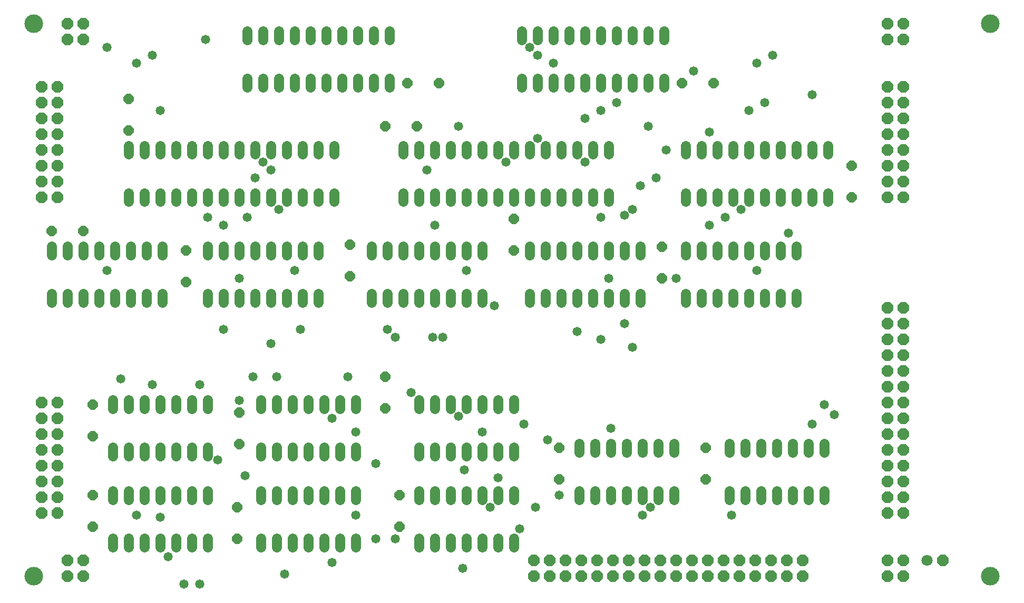
<source format=gts>
G75*
%MOIN*%
%OFA0B0*%
%FSLAX24Y24*%
%IPPOS*%
%LPD*%
%AMOC8*
5,1,8,0,0,1.08239X$1,22.5*
%
%ADD10C,0.1180*%
%ADD11OC8,0.0720*%
%ADD12C,0.0640*%
%ADD13OC8,0.0640*%
%ADD14OC8,0.0710*%
%ADD15C,0.0710*%
%ADD16C,0.0580*%
D10*
X005015Y005890D03*
X005015Y040890D03*
X065515Y040890D03*
X065515Y005890D03*
D11*
X060015Y005890D03*
X060015Y006890D03*
X059015Y006890D03*
X059015Y005890D03*
X053640Y005890D03*
X053640Y006890D03*
X052640Y006890D03*
X051640Y006890D03*
X050640Y006890D03*
X050640Y005890D03*
X051640Y005890D03*
X052640Y005890D03*
X049640Y005890D03*
X048640Y005890D03*
X048640Y006890D03*
X049640Y006890D03*
X047640Y006890D03*
X046640Y006890D03*
X046640Y005890D03*
X047640Y005890D03*
X045640Y005890D03*
X044640Y005890D03*
X043640Y005890D03*
X043640Y006890D03*
X044640Y006890D03*
X045640Y006890D03*
X042640Y006890D03*
X041640Y006890D03*
X041640Y005890D03*
X042640Y005890D03*
X040640Y005890D03*
X039640Y005890D03*
X039640Y006890D03*
X040640Y006890D03*
X038640Y006890D03*
X037640Y006890D03*
X036640Y006890D03*
X036640Y005890D03*
X037640Y005890D03*
X038640Y005890D03*
X059015Y009890D03*
X059015Y010890D03*
X059015Y011890D03*
X059015Y012890D03*
X059015Y013890D03*
X059015Y014890D03*
X059015Y015890D03*
X060015Y015890D03*
X060015Y014890D03*
X060015Y013890D03*
X060015Y012890D03*
X060015Y011890D03*
X060015Y010890D03*
X060015Y009890D03*
X060015Y016890D03*
X060015Y017890D03*
X060015Y018890D03*
X060015Y019890D03*
X060015Y020890D03*
X060015Y021890D03*
X060015Y022890D03*
X059015Y022890D03*
X059015Y021890D03*
X059015Y020890D03*
X059015Y019890D03*
X059015Y018890D03*
X059015Y017890D03*
X059015Y016890D03*
X059015Y029890D03*
X060015Y029890D03*
X060015Y030890D03*
X060015Y031890D03*
X060015Y032890D03*
X060015Y033890D03*
X060015Y034890D03*
X060015Y035890D03*
X060015Y036890D03*
X059015Y036890D03*
X059015Y035890D03*
X059015Y034890D03*
X059015Y033890D03*
X059015Y032890D03*
X059015Y031890D03*
X059015Y030890D03*
X059015Y039890D03*
X059015Y040890D03*
X060015Y040890D03*
X060015Y039890D03*
X008140Y039890D03*
X007140Y039890D03*
X007140Y040890D03*
X008140Y040890D03*
X006515Y036890D03*
X006515Y035890D03*
X006515Y034890D03*
X006515Y033890D03*
X006515Y032890D03*
X006515Y031890D03*
X006515Y030890D03*
X005515Y030890D03*
X005515Y031890D03*
X005515Y032890D03*
X005515Y033890D03*
X005515Y034890D03*
X005515Y035890D03*
X005515Y036890D03*
X005515Y029890D03*
X006515Y029890D03*
X006515Y016890D03*
X005515Y016890D03*
X005515Y015890D03*
X005515Y014890D03*
X005515Y013890D03*
X005515Y012890D03*
X005515Y011890D03*
X005515Y010890D03*
X005515Y009890D03*
X006515Y009890D03*
X006515Y010890D03*
X006515Y011890D03*
X006515Y012890D03*
X006515Y013890D03*
X006515Y014890D03*
X006515Y015890D03*
X007140Y006890D03*
X008140Y006890D03*
X008140Y005890D03*
X007140Y005890D03*
D12*
X010015Y007735D02*
X010015Y008295D01*
X011015Y008295D02*
X011015Y007735D01*
X012015Y007735D02*
X012015Y008295D01*
X013015Y008295D02*
X013015Y007735D01*
X014015Y007735D02*
X014015Y008295D01*
X015015Y008295D02*
X015015Y007735D01*
X016015Y007735D02*
X016015Y008295D01*
X016015Y010735D02*
X016015Y011295D01*
X015015Y011295D02*
X015015Y010735D01*
X014015Y010735D02*
X014015Y011295D01*
X013015Y011295D02*
X013015Y010735D01*
X012015Y010735D02*
X012015Y011295D01*
X011015Y011295D02*
X011015Y010735D01*
X010015Y010735D02*
X010015Y011295D01*
X010015Y013485D02*
X010015Y014045D01*
X011015Y014045D02*
X011015Y013485D01*
X012015Y013485D02*
X012015Y014045D01*
X013015Y014045D02*
X013015Y013485D01*
X014015Y013485D02*
X014015Y014045D01*
X015015Y014045D02*
X015015Y013485D01*
X016015Y013485D02*
X016015Y014045D01*
X016015Y016485D02*
X016015Y017045D01*
X015015Y017045D02*
X015015Y016485D01*
X014015Y016485D02*
X014015Y017045D01*
X013015Y017045D02*
X013015Y016485D01*
X012015Y016485D02*
X012015Y017045D01*
X011015Y017045D02*
X011015Y016485D01*
X010015Y016485D02*
X010015Y017045D01*
X010140Y023235D02*
X010140Y023795D01*
X009140Y023795D02*
X009140Y023235D01*
X008140Y023235D02*
X008140Y023795D01*
X007140Y023795D02*
X007140Y023235D01*
X006140Y023235D02*
X006140Y023795D01*
X006140Y026235D02*
X006140Y026795D01*
X007140Y026795D02*
X007140Y026235D01*
X008140Y026235D02*
X008140Y026795D01*
X009140Y026795D02*
X009140Y026235D01*
X010140Y026235D02*
X010140Y026795D01*
X011140Y026795D02*
X011140Y026235D01*
X012140Y026235D02*
X012140Y026795D01*
X013140Y026795D02*
X013140Y026235D01*
X016015Y026235D02*
X016015Y026795D01*
X017015Y026795D02*
X017015Y026235D01*
X018015Y026235D02*
X018015Y026795D01*
X019015Y026795D02*
X019015Y026235D01*
X020015Y026235D02*
X020015Y026795D01*
X021015Y026795D02*
X021015Y026235D01*
X022015Y026235D02*
X022015Y026795D01*
X023015Y026795D02*
X023015Y026235D01*
X026390Y026235D02*
X026390Y026795D01*
X027390Y026795D02*
X027390Y026235D01*
X028390Y026235D02*
X028390Y026795D01*
X029390Y026795D02*
X029390Y026235D01*
X030390Y026235D02*
X030390Y026795D01*
X031390Y026795D02*
X031390Y026235D01*
X032390Y026235D02*
X032390Y026795D01*
X033390Y026795D02*
X033390Y026235D01*
X036390Y026235D02*
X036390Y026795D01*
X037390Y026795D02*
X037390Y026235D01*
X038390Y026235D02*
X038390Y026795D01*
X039390Y026795D02*
X039390Y026235D01*
X040390Y026235D02*
X040390Y026795D01*
X041390Y026795D02*
X041390Y026235D01*
X042390Y026235D02*
X042390Y026795D01*
X043390Y026795D02*
X043390Y026235D01*
X046265Y026235D02*
X046265Y026795D01*
X047265Y026795D02*
X047265Y026235D01*
X048265Y026235D02*
X048265Y026795D01*
X049265Y026795D02*
X049265Y026235D01*
X050265Y026235D02*
X050265Y026795D01*
X051265Y026795D02*
X051265Y026235D01*
X052265Y026235D02*
X052265Y026795D01*
X053265Y026795D02*
X053265Y026235D01*
X053265Y023795D02*
X053265Y023235D01*
X052265Y023235D02*
X052265Y023795D01*
X051265Y023795D02*
X051265Y023235D01*
X050265Y023235D02*
X050265Y023795D01*
X049265Y023795D02*
X049265Y023235D01*
X048265Y023235D02*
X048265Y023795D01*
X047265Y023795D02*
X047265Y023235D01*
X046265Y023235D02*
X046265Y023795D01*
X043390Y023795D02*
X043390Y023235D01*
X042390Y023235D02*
X042390Y023795D01*
X041390Y023795D02*
X041390Y023235D01*
X040390Y023235D02*
X040390Y023795D01*
X039390Y023795D02*
X039390Y023235D01*
X038390Y023235D02*
X038390Y023795D01*
X037390Y023795D02*
X037390Y023235D01*
X036390Y023235D02*
X036390Y023795D01*
X033390Y023795D02*
X033390Y023235D01*
X032390Y023235D02*
X032390Y023795D01*
X031390Y023795D02*
X031390Y023235D01*
X030390Y023235D02*
X030390Y023795D01*
X029390Y023795D02*
X029390Y023235D01*
X028390Y023235D02*
X028390Y023795D01*
X027390Y023795D02*
X027390Y023235D01*
X026390Y023235D02*
X026390Y023795D01*
X023015Y023795D02*
X023015Y023235D01*
X022015Y023235D02*
X022015Y023795D01*
X021015Y023795D02*
X021015Y023235D01*
X020015Y023235D02*
X020015Y023795D01*
X019015Y023795D02*
X019015Y023235D01*
X018015Y023235D02*
X018015Y023795D01*
X017015Y023795D02*
X017015Y023235D01*
X016015Y023235D02*
X016015Y023795D01*
X013140Y023795D02*
X013140Y023235D01*
X012140Y023235D02*
X012140Y023795D01*
X011140Y023795D02*
X011140Y023235D01*
X019390Y017045D02*
X019390Y016485D01*
X020390Y016485D02*
X020390Y017045D01*
X021390Y017045D02*
X021390Y016485D01*
X022390Y016485D02*
X022390Y017045D01*
X023390Y017045D02*
X023390Y016485D01*
X024390Y016485D02*
X024390Y017045D01*
X025390Y017045D02*
X025390Y016485D01*
X025390Y014045D02*
X025390Y013485D01*
X024390Y013485D02*
X024390Y014045D01*
X023390Y014045D02*
X023390Y013485D01*
X022390Y013485D02*
X022390Y014045D01*
X021390Y014045D02*
X021390Y013485D01*
X020390Y013485D02*
X020390Y014045D01*
X019390Y014045D02*
X019390Y013485D01*
X019390Y011295D02*
X019390Y010735D01*
X020390Y010735D02*
X020390Y011295D01*
X021390Y011295D02*
X021390Y010735D01*
X022390Y010735D02*
X022390Y011295D01*
X023390Y011295D02*
X023390Y010735D01*
X024390Y010735D02*
X024390Y011295D01*
X025390Y011295D02*
X025390Y010735D01*
X025390Y008295D02*
X025390Y007735D01*
X024390Y007735D02*
X024390Y008295D01*
X023390Y008295D02*
X023390Y007735D01*
X022390Y007735D02*
X022390Y008295D01*
X021390Y008295D02*
X021390Y007735D01*
X020390Y007735D02*
X020390Y008295D01*
X019390Y008295D02*
X019390Y007735D01*
X029390Y007735D02*
X029390Y008295D01*
X030390Y008295D02*
X030390Y007735D01*
X031390Y007735D02*
X031390Y008295D01*
X032390Y008295D02*
X032390Y007735D01*
X033390Y007735D02*
X033390Y008295D01*
X034390Y008295D02*
X034390Y007735D01*
X035390Y007735D02*
X035390Y008295D01*
X035390Y010735D02*
X035390Y011295D01*
X034390Y011295D02*
X034390Y010735D01*
X033390Y010735D02*
X033390Y011295D01*
X032390Y011295D02*
X032390Y010735D01*
X031390Y010735D02*
X031390Y011295D01*
X030390Y011295D02*
X030390Y010735D01*
X029390Y010735D02*
X029390Y011295D01*
X029390Y013485D02*
X029390Y014045D01*
X030390Y014045D02*
X030390Y013485D01*
X031390Y013485D02*
X031390Y014045D01*
X032390Y014045D02*
X032390Y013485D01*
X033390Y013485D02*
X033390Y014045D01*
X034390Y014045D02*
X034390Y013485D01*
X035390Y013485D02*
X035390Y014045D01*
X035390Y016485D02*
X035390Y017045D01*
X034390Y017045D02*
X034390Y016485D01*
X033390Y016485D02*
X033390Y017045D01*
X032390Y017045D02*
X032390Y016485D01*
X031390Y016485D02*
X031390Y017045D01*
X030390Y017045D02*
X030390Y016485D01*
X029390Y016485D02*
X029390Y017045D01*
X039515Y014295D02*
X039515Y013735D01*
X040515Y013735D02*
X040515Y014295D01*
X041515Y014295D02*
X041515Y013735D01*
X042515Y013735D02*
X042515Y014295D01*
X043515Y014295D02*
X043515Y013735D01*
X044515Y013735D02*
X044515Y014295D01*
X045515Y014295D02*
X045515Y013735D01*
X045515Y011295D02*
X045515Y010735D01*
X044515Y010735D02*
X044515Y011295D01*
X043515Y011295D02*
X043515Y010735D01*
X042515Y010735D02*
X042515Y011295D01*
X041515Y011295D02*
X041515Y010735D01*
X040515Y010735D02*
X040515Y011295D01*
X039515Y011295D02*
X039515Y010735D01*
X049015Y010735D02*
X049015Y011295D01*
X050015Y011295D02*
X050015Y010735D01*
X051015Y010735D02*
X051015Y011295D01*
X052015Y011295D02*
X052015Y010735D01*
X053015Y010735D02*
X053015Y011295D01*
X054015Y011295D02*
X054015Y010735D01*
X055015Y010735D02*
X055015Y011295D01*
X055015Y013735D02*
X055015Y014295D01*
X054015Y014295D02*
X054015Y013735D01*
X053015Y013735D02*
X053015Y014295D01*
X052015Y014295D02*
X052015Y013735D01*
X051015Y013735D02*
X051015Y014295D01*
X050015Y014295D02*
X050015Y013735D01*
X049015Y013735D02*
X049015Y014295D01*
X049265Y029610D02*
X049265Y030170D01*
X050265Y030170D02*
X050265Y029610D01*
X051265Y029610D02*
X051265Y030170D01*
X052265Y030170D02*
X052265Y029610D01*
X053265Y029610D02*
X053265Y030170D01*
X054265Y030170D02*
X054265Y029610D01*
X055265Y029610D02*
X055265Y030170D01*
X055265Y032610D02*
X055265Y033170D01*
X054265Y033170D02*
X054265Y032610D01*
X053265Y032610D02*
X053265Y033170D01*
X052265Y033170D02*
X052265Y032610D01*
X051265Y032610D02*
X051265Y033170D01*
X050265Y033170D02*
X050265Y032610D01*
X049265Y032610D02*
X049265Y033170D01*
X048265Y033170D02*
X048265Y032610D01*
X047265Y032610D02*
X047265Y033170D01*
X046265Y033170D02*
X046265Y032610D01*
X046265Y030170D02*
X046265Y029610D01*
X047265Y029610D02*
X047265Y030170D01*
X048265Y030170D02*
X048265Y029610D01*
X041390Y029610D02*
X041390Y030170D01*
X040390Y030170D02*
X040390Y029610D01*
X039390Y029610D02*
X039390Y030170D01*
X038390Y030170D02*
X038390Y029610D01*
X037390Y029610D02*
X037390Y030170D01*
X036390Y030170D02*
X036390Y029610D01*
X035390Y029610D02*
X035390Y030170D01*
X034390Y030170D02*
X034390Y029610D01*
X033390Y029610D02*
X033390Y030170D01*
X032390Y030170D02*
X032390Y029610D01*
X031390Y029610D02*
X031390Y030170D01*
X030390Y030170D02*
X030390Y029610D01*
X029390Y029610D02*
X029390Y030170D01*
X028390Y030170D02*
X028390Y029610D01*
X028390Y032610D02*
X028390Y033170D01*
X029390Y033170D02*
X029390Y032610D01*
X030390Y032610D02*
X030390Y033170D01*
X031390Y033170D02*
X031390Y032610D01*
X032390Y032610D02*
X032390Y033170D01*
X033390Y033170D02*
X033390Y032610D01*
X034390Y032610D02*
X034390Y033170D01*
X035390Y033170D02*
X035390Y032610D01*
X036390Y032610D02*
X036390Y033170D01*
X037390Y033170D02*
X037390Y032610D01*
X038390Y032610D02*
X038390Y033170D01*
X039390Y033170D02*
X039390Y032610D01*
X040390Y032610D02*
X040390Y033170D01*
X041390Y033170D02*
X041390Y032610D01*
X040890Y036860D02*
X040890Y037420D01*
X041890Y037420D02*
X041890Y036860D01*
X042890Y036860D02*
X042890Y037420D01*
X043890Y037420D02*
X043890Y036860D01*
X044890Y036860D02*
X044890Y037420D01*
X044890Y039860D02*
X044890Y040420D01*
X043890Y040420D02*
X043890Y039860D01*
X042890Y039860D02*
X042890Y040420D01*
X041890Y040420D02*
X041890Y039860D01*
X040890Y039860D02*
X040890Y040420D01*
X039890Y040420D02*
X039890Y039860D01*
X038890Y039860D02*
X038890Y040420D01*
X037890Y040420D02*
X037890Y039860D01*
X036890Y039860D02*
X036890Y040420D01*
X035890Y040420D02*
X035890Y039860D01*
X035890Y037420D02*
X035890Y036860D01*
X036890Y036860D02*
X036890Y037420D01*
X037890Y037420D02*
X037890Y036860D01*
X038890Y036860D02*
X038890Y037420D01*
X039890Y037420D02*
X039890Y036860D01*
X027515Y036860D02*
X027515Y037420D01*
X026515Y037420D02*
X026515Y036860D01*
X025515Y036860D02*
X025515Y037420D01*
X024515Y037420D02*
X024515Y036860D01*
X023515Y036860D02*
X023515Y037420D01*
X022515Y037420D02*
X022515Y036860D01*
X021515Y036860D02*
X021515Y037420D01*
X020515Y037420D02*
X020515Y036860D01*
X019515Y036860D02*
X019515Y037420D01*
X018515Y037420D02*
X018515Y036860D01*
X018515Y039860D02*
X018515Y040420D01*
X019515Y040420D02*
X019515Y039860D01*
X020515Y039860D02*
X020515Y040420D01*
X021515Y040420D02*
X021515Y039860D01*
X022515Y039860D02*
X022515Y040420D01*
X023515Y040420D02*
X023515Y039860D01*
X024515Y039860D02*
X024515Y040420D01*
X025515Y040420D02*
X025515Y039860D01*
X026515Y039860D02*
X026515Y040420D01*
X027515Y040420D02*
X027515Y039860D01*
X024015Y033170D02*
X024015Y032610D01*
X023015Y032610D02*
X023015Y033170D01*
X022015Y033170D02*
X022015Y032610D01*
X021015Y032610D02*
X021015Y033170D01*
X020015Y033170D02*
X020015Y032610D01*
X019015Y032610D02*
X019015Y033170D01*
X018015Y033170D02*
X018015Y032610D01*
X017015Y032610D02*
X017015Y033170D01*
X016015Y033170D02*
X016015Y032610D01*
X015015Y032610D02*
X015015Y033170D01*
X014015Y033170D02*
X014015Y032610D01*
X013015Y032610D02*
X013015Y033170D01*
X012015Y033170D02*
X012015Y032610D01*
X011015Y032610D02*
X011015Y033170D01*
X011015Y030170D02*
X011015Y029610D01*
X012015Y029610D02*
X012015Y030170D01*
X013015Y030170D02*
X013015Y029610D01*
X014015Y029610D02*
X014015Y030170D01*
X015015Y030170D02*
X015015Y029610D01*
X016015Y029610D02*
X016015Y030170D01*
X017015Y030170D02*
X017015Y029610D01*
X018015Y029610D02*
X018015Y030170D01*
X019015Y030170D02*
X019015Y029610D01*
X020015Y029610D02*
X020015Y030170D01*
X021015Y030170D02*
X021015Y029610D01*
X022015Y029610D02*
X022015Y030170D01*
X023015Y030170D02*
X023015Y029610D01*
X024015Y029610D02*
X024015Y030170D01*
D13*
X025015Y026890D03*
X025015Y024890D03*
X027265Y018515D03*
X027265Y016515D03*
X028140Y011015D03*
X028140Y009015D03*
X038265Y012015D03*
X038265Y014015D03*
X047515Y014015D03*
X047515Y012015D03*
X044765Y024765D03*
X044765Y026765D03*
X035390Y026515D03*
X035390Y028515D03*
X029265Y034390D03*
X027265Y034390D03*
X028640Y037140D03*
X030640Y037140D03*
X046015Y037140D03*
X048015Y037140D03*
X056765Y031890D03*
X056765Y029890D03*
X018015Y016265D03*
X018015Y014265D03*
X017890Y010265D03*
X017890Y008265D03*
X008765Y009015D03*
X008765Y011015D03*
X008765Y014765D03*
X008765Y016765D03*
X014640Y024515D03*
X014640Y026515D03*
X008140Y027765D03*
X006140Y027765D03*
X011015Y034140D03*
X011015Y036140D03*
D14*
X062515Y006890D03*
D15*
X061515Y006890D03*
D16*
X049140Y009765D03*
X044015Y010265D03*
X043515Y009765D03*
X038265Y011015D03*
X036765Y010265D03*
X035765Y008890D03*
X033890Y010265D03*
X034390Y012140D03*
X032265Y012640D03*
X033390Y015015D03*
X031890Y016015D03*
X028890Y017515D03*
X025390Y015015D03*
X023890Y015890D03*
X024890Y018515D03*
X027890Y021015D03*
X027390Y021515D03*
X030265Y021015D03*
X030890Y021015D03*
X034140Y023015D03*
X032390Y025265D03*
X030390Y028140D03*
X029890Y031640D03*
X031890Y034390D03*
X034890Y032140D03*
X036890Y033640D03*
X039890Y034890D03*
X040890Y035390D03*
X041890Y035890D03*
X043890Y034390D03*
X045015Y032890D03*
X047765Y034015D03*
X050265Y035390D03*
X051265Y035890D03*
X054265Y036390D03*
X050765Y038390D03*
X051765Y038890D03*
X046765Y037890D03*
X039890Y032140D03*
X043390Y030640D03*
X044390Y031140D03*
X042890Y029140D03*
X042390Y028765D03*
X040890Y028640D03*
X041390Y024765D03*
X042390Y021890D03*
X040890Y020890D03*
X039390Y021390D03*
X042890Y020390D03*
X045640Y024765D03*
X047765Y028140D03*
X048765Y028640D03*
X049765Y029140D03*
X052765Y027640D03*
X050765Y025265D03*
X055015Y016765D03*
X055640Y016140D03*
X054265Y015515D03*
X041515Y015265D03*
X037515Y014515D03*
X036015Y015515D03*
X026640Y013015D03*
X025390Y009765D03*
X026640Y008265D03*
X027890Y008265D03*
X023890Y006765D03*
X020890Y006015D03*
X015515Y005390D03*
X014515Y005390D03*
X013515Y007140D03*
X013015Y009640D03*
X011515Y009765D03*
X016640Y013265D03*
X018390Y012265D03*
X018015Y017015D03*
X018890Y018515D03*
X020390Y018515D03*
X020015Y020640D03*
X021890Y021515D03*
X017015Y021515D03*
X018015Y024765D03*
X021515Y025265D03*
X017015Y028140D03*
X016015Y028640D03*
X018515Y028640D03*
X020515Y029140D03*
X019015Y031140D03*
X020015Y031640D03*
X019515Y032140D03*
X013015Y035390D03*
X011515Y038390D03*
X012515Y038890D03*
X009640Y039390D03*
X015890Y039890D03*
X036390Y039390D03*
X036890Y038890D03*
X037890Y038390D03*
X009640Y025265D03*
X010515Y018390D03*
X012515Y018015D03*
X015515Y018015D03*
X032140Y006390D03*
M02*

</source>
